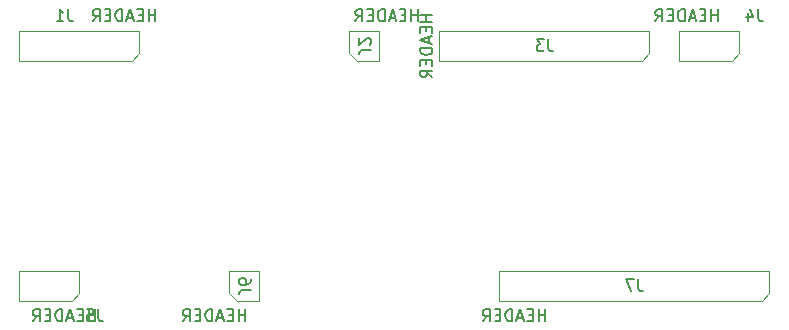
<source format=gbr>
G04 #@! TF.GenerationSoftware,KiCad,Pcbnew,(5.1.0)-1*
G04 #@! TF.CreationDate,2019-03-26T21:03:11+01:00*
G04 #@! TF.ProjectId,ac2-detpic-shield,6163322d-6465-4747-9069-632d73686965,rev?*
G04 #@! TF.SameCoordinates,Original*
G04 #@! TF.FileFunction,Other,Fab,Bot*
%FSLAX46Y46*%
G04 Gerber Fmt 4.6, Leading zero omitted, Abs format (unit mm)*
G04 Created by KiCad (PCBNEW (5.1.0)-1) date 2019-03-26 21:03:11*
%MOMM*%
%LPD*%
G04 APERTURE LIST*
%ADD10C,0.100000*%
%ADD11C,0.150000*%
G04 APERTURE END LIST*
D10*
X158750000Y-43815000D02*
X158750000Y-41910000D01*
X158750000Y-41910000D02*
X148590000Y-41910000D01*
X148590000Y-41910000D02*
X148590000Y-44450000D01*
X148590000Y-44450000D02*
X158115000Y-44450000D01*
X158115000Y-44450000D02*
X158750000Y-43815000D01*
X177165000Y-44450000D02*
X179070000Y-44450000D01*
X179070000Y-44450000D02*
X179070000Y-41910000D01*
X179070000Y-41910000D02*
X176530000Y-41910000D01*
X176530000Y-41910000D02*
X176530000Y-43815000D01*
X176530000Y-43815000D02*
X177165000Y-44450000D01*
X209550000Y-43815000D02*
X209550000Y-41910000D01*
X209550000Y-41910000D02*
X204470000Y-41910000D01*
X204470000Y-41910000D02*
X204470000Y-44450000D01*
X204470000Y-44450000D02*
X208915000Y-44450000D01*
X208915000Y-44450000D02*
X209550000Y-43815000D01*
X153035000Y-64770000D02*
X153670000Y-64135000D01*
X148590000Y-64770000D02*
X153035000Y-64770000D01*
X148590000Y-62230000D02*
X148590000Y-64770000D01*
X153670000Y-62230000D02*
X148590000Y-62230000D01*
X153670000Y-64135000D02*
X153670000Y-62230000D01*
X166370000Y-64135000D02*
X167005000Y-64770000D01*
X166370000Y-62230000D02*
X166370000Y-64135000D01*
X168910000Y-62230000D02*
X166370000Y-62230000D01*
X168910000Y-64770000D02*
X168910000Y-62230000D01*
X167005000Y-64770000D02*
X168910000Y-64770000D01*
X212090000Y-64135000D02*
X212090000Y-62230000D01*
X212090000Y-62230000D02*
X189230000Y-62230000D01*
X189230000Y-62230000D02*
X189230000Y-64770000D01*
X189230000Y-64770000D02*
X211455000Y-64770000D01*
X211455000Y-64770000D02*
X212090000Y-64135000D01*
X201930000Y-43815000D02*
X201930000Y-41910000D01*
X201930000Y-41910000D02*
X184150000Y-41910000D01*
X184150000Y-41910000D02*
X184150000Y-44450000D01*
X184150000Y-44450000D02*
X201295000Y-44450000D01*
X201295000Y-44450000D02*
X201930000Y-43815000D01*
D11*
X160099047Y-41092380D02*
X160099047Y-40092380D01*
X160099047Y-40568571D02*
X159527619Y-40568571D01*
X159527619Y-41092380D02*
X159527619Y-40092380D01*
X159051428Y-40568571D02*
X158718095Y-40568571D01*
X158575238Y-41092380D02*
X159051428Y-41092380D01*
X159051428Y-40092380D01*
X158575238Y-40092380D01*
X158194285Y-40806666D02*
X157718095Y-40806666D01*
X158289523Y-41092380D02*
X157956190Y-40092380D01*
X157622857Y-41092380D01*
X157289523Y-41092380D02*
X157289523Y-40092380D01*
X157051428Y-40092380D01*
X156908571Y-40140000D01*
X156813333Y-40235238D01*
X156765714Y-40330476D01*
X156718095Y-40520952D01*
X156718095Y-40663809D01*
X156765714Y-40854285D01*
X156813333Y-40949523D01*
X156908571Y-41044761D01*
X157051428Y-41092380D01*
X157289523Y-41092380D01*
X156289523Y-40568571D02*
X155956190Y-40568571D01*
X155813333Y-41092380D02*
X156289523Y-41092380D01*
X156289523Y-40092380D01*
X155813333Y-40092380D01*
X154813333Y-41092380D02*
X155146666Y-40616190D01*
X155384761Y-41092380D02*
X155384761Y-40092380D01*
X155003809Y-40092380D01*
X154908571Y-40140000D01*
X154860952Y-40187619D01*
X154813333Y-40282857D01*
X154813333Y-40425714D01*
X154860952Y-40520952D01*
X154908571Y-40568571D01*
X155003809Y-40616190D01*
X155384761Y-40616190D01*
X152733333Y-40092380D02*
X152733333Y-40806666D01*
X152780952Y-40949523D01*
X152876190Y-41044761D01*
X153019047Y-41092380D01*
X153114285Y-41092380D01*
X151733333Y-41092380D02*
X152304761Y-41092380D01*
X152019047Y-41092380D02*
X152019047Y-40092380D01*
X152114285Y-40235238D01*
X152209523Y-40330476D01*
X152304761Y-40378095D01*
X182324047Y-41092380D02*
X182324047Y-40092380D01*
X182324047Y-40568571D02*
X181752619Y-40568571D01*
X181752619Y-41092380D02*
X181752619Y-40092380D01*
X181276428Y-40568571D02*
X180943095Y-40568571D01*
X180800238Y-41092380D02*
X181276428Y-41092380D01*
X181276428Y-40092380D01*
X180800238Y-40092380D01*
X180419285Y-40806666D02*
X179943095Y-40806666D01*
X180514523Y-41092380D02*
X180181190Y-40092380D01*
X179847857Y-41092380D01*
X179514523Y-41092380D02*
X179514523Y-40092380D01*
X179276428Y-40092380D01*
X179133571Y-40140000D01*
X179038333Y-40235238D01*
X178990714Y-40330476D01*
X178943095Y-40520952D01*
X178943095Y-40663809D01*
X178990714Y-40854285D01*
X179038333Y-40949523D01*
X179133571Y-41044761D01*
X179276428Y-41092380D01*
X179514523Y-41092380D01*
X178514523Y-40568571D02*
X178181190Y-40568571D01*
X178038333Y-41092380D02*
X178514523Y-41092380D01*
X178514523Y-40092380D01*
X178038333Y-40092380D01*
X177038333Y-41092380D02*
X177371666Y-40616190D01*
X177609761Y-41092380D02*
X177609761Y-40092380D01*
X177228809Y-40092380D01*
X177133571Y-40140000D01*
X177085952Y-40187619D01*
X177038333Y-40282857D01*
X177038333Y-40425714D01*
X177085952Y-40520952D01*
X177133571Y-40568571D01*
X177228809Y-40616190D01*
X177609761Y-40616190D01*
X178347619Y-43513333D02*
X177633333Y-43513333D01*
X177490476Y-43560952D01*
X177395238Y-43656190D01*
X177347619Y-43799047D01*
X177347619Y-43894285D01*
X178252380Y-43084761D02*
X178300000Y-43037142D01*
X178347619Y-42941904D01*
X178347619Y-42703809D01*
X178300000Y-42608571D01*
X178252380Y-42560952D01*
X178157142Y-42513333D01*
X178061904Y-42513333D01*
X177919047Y-42560952D01*
X177347619Y-43132380D01*
X177347619Y-42513333D01*
X207724047Y-41092380D02*
X207724047Y-40092380D01*
X207724047Y-40568571D02*
X207152619Y-40568571D01*
X207152619Y-41092380D02*
X207152619Y-40092380D01*
X206676428Y-40568571D02*
X206343095Y-40568571D01*
X206200238Y-41092380D02*
X206676428Y-41092380D01*
X206676428Y-40092380D01*
X206200238Y-40092380D01*
X205819285Y-40806666D02*
X205343095Y-40806666D01*
X205914523Y-41092380D02*
X205581190Y-40092380D01*
X205247857Y-41092380D01*
X204914523Y-41092380D02*
X204914523Y-40092380D01*
X204676428Y-40092380D01*
X204533571Y-40140000D01*
X204438333Y-40235238D01*
X204390714Y-40330476D01*
X204343095Y-40520952D01*
X204343095Y-40663809D01*
X204390714Y-40854285D01*
X204438333Y-40949523D01*
X204533571Y-41044761D01*
X204676428Y-41092380D01*
X204914523Y-41092380D01*
X203914523Y-40568571D02*
X203581190Y-40568571D01*
X203438333Y-41092380D02*
X203914523Y-41092380D01*
X203914523Y-40092380D01*
X203438333Y-40092380D01*
X202438333Y-41092380D02*
X202771666Y-40616190D01*
X203009761Y-41092380D02*
X203009761Y-40092380D01*
X202628809Y-40092380D01*
X202533571Y-40140000D01*
X202485952Y-40187619D01*
X202438333Y-40282857D01*
X202438333Y-40425714D01*
X202485952Y-40520952D01*
X202533571Y-40568571D01*
X202628809Y-40616190D01*
X203009761Y-40616190D01*
X211153333Y-40092380D02*
X211153333Y-40806666D01*
X211200952Y-40949523D01*
X211296190Y-41044761D01*
X211439047Y-41092380D01*
X211534285Y-41092380D01*
X210248571Y-40425714D02*
X210248571Y-41092380D01*
X210486666Y-40044761D02*
X210724761Y-40759047D01*
X210105714Y-40759047D01*
X155019047Y-66492380D02*
X155019047Y-65492380D01*
X155019047Y-65968571D02*
X154447619Y-65968571D01*
X154447619Y-66492380D02*
X154447619Y-65492380D01*
X153971428Y-65968571D02*
X153638095Y-65968571D01*
X153495238Y-66492380D02*
X153971428Y-66492380D01*
X153971428Y-65492380D01*
X153495238Y-65492380D01*
X153114285Y-66206666D02*
X152638095Y-66206666D01*
X153209523Y-66492380D02*
X152876190Y-65492380D01*
X152542857Y-66492380D01*
X152209523Y-66492380D02*
X152209523Y-65492380D01*
X151971428Y-65492380D01*
X151828571Y-65540000D01*
X151733333Y-65635238D01*
X151685714Y-65730476D01*
X151638095Y-65920952D01*
X151638095Y-66063809D01*
X151685714Y-66254285D01*
X151733333Y-66349523D01*
X151828571Y-66444761D01*
X151971428Y-66492380D01*
X152209523Y-66492380D01*
X151209523Y-65968571D02*
X150876190Y-65968571D01*
X150733333Y-66492380D02*
X151209523Y-66492380D01*
X151209523Y-65492380D01*
X150733333Y-65492380D01*
X149733333Y-66492380D02*
X150066666Y-66016190D01*
X150304761Y-66492380D02*
X150304761Y-65492380D01*
X149923809Y-65492380D01*
X149828571Y-65540000D01*
X149780952Y-65587619D01*
X149733333Y-65682857D01*
X149733333Y-65825714D01*
X149780952Y-65920952D01*
X149828571Y-65968571D01*
X149923809Y-66016190D01*
X150304761Y-66016190D01*
X155273333Y-65492380D02*
X155273333Y-66206666D01*
X155320952Y-66349523D01*
X155416190Y-66444761D01*
X155559047Y-66492380D01*
X155654285Y-66492380D01*
X154320952Y-65492380D02*
X154797142Y-65492380D01*
X154844761Y-65968571D01*
X154797142Y-65920952D01*
X154701904Y-65873333D01*
X154463809Y-65873333D01*
X154368571Y-65920952D01*
X154320952Y-65968571D01*
X154273333Y-66063809D01*
X154273333Y-66301904D01*
X154320952Y-66397142D01*
X154368571Y-66444761D01*
X154463809Y-66492380D01*
X154701904Y-66492380D01*
X154797142Y-66444761D01*
X154844761Y-66397142D01*
X167719047Y-66492380D02*
X167719047Y-65492380D01*
X167719047Y-65968571D02*
X167147619Y-65968571D01*
X167147619Y-66492380D02*
X167147619Y-65492380D01*
X166671428Y-65968571D02*
X166338095Y-65968571D01*
X166195238Y-66492380D02*
X166671428Y-66492380D01*
X166671428Y-65492380D01*
X166195238Y-65492380D01*
X165814285Y-66206666D02*
X165338095Y-66206666D01*
X165909523Y-66492380D02*
X165576190Y-65492380D01*
X165242857Y-66492380D01*
X164909523Y-66492380D02*
X164909523Y-65492380D01*
X164671428Y-65492380D01*
X164528571Y-65540000D01*
X164433333Y-65635238D01*
X164385714Y-65730476D01*
X164338095Y-65920952D01*
X164338095Y-66063809D01*
X164385714Y-66254285D01*
X164433333Y-66349523D01*
X164528571Y-66444761D01*
X164671428Y-66492380D01*
X164909523Y-66492380D01*
X163909523Y-65968571D02*
X163576190Y-65968571D01*
X163433333Y-66492380D02*
X163909523Y-66492380D01*
X163909523Y-65492380D01*
X163433333Y-65492380D01*
X162433333Y-66492380D02*
X162766666Y-66016190D01*
X163004761Y-66492380D02*
X163004761Y-65492380D01*
X162623809Y-65492380D01*
X162528571Y-65540000D01*
X162480952Y-65587619D01*
X162433333Y-65682857D01*
X162433333Y-65825714D01*
X162480952Y-65920952D01*
X162528571Y-65968571D01*
X162623809Y-66016190D01*
X163004761Y-66016190D01*
X168187619Y-63833333D02*
X167473333Y-63833333D01*
X167330476Y-63880952D01*
X167235238Y-63976190D01*
X167187619Y-64119047D01*
X167187619Y-64214285D01*
X168187619Y-62928571D02*
X168187619Y-63119047D01*
X168140000Y-63214285D01*
X168092380Y-63261904D01*
X167949523Y-63357142D01*
X167759047Y-63404761D01*
X167378095Y-63404761D01*
X167282857Y-63357142D01*
X167235238Y-63309523D01*
X167187619Y-63214285D01*
X167187619Y-63023809D01*
X167235238Y-62928571D01*
X167282857Y-62880952D01*
X167378095Y-62833333D01*
X167616190Y-62833333D01*
X167711428Y-62880952D01*
X167759047Y-62928571D01*
X167806666Y-63023809D01*
X167806666Y-63214285D01*
X167759047Y-63309523D01*
X167711428Y-63357142D01*
X167616190Y-63404761D01*
X193119047Y-66492380D02*
X193119047Y-65492380D01*
X193119047Y-65968571D02*
X192547619Y-65968571D01*
X192547619Y-66492380D02*
X192547619Y-65492380D01*
X192071428Y-65968571D02*
X191738095Y-65968571D01*
X191595238Y-66492380D02*
X192071428Y-66492380D01*
X192071428Y-65492380D01*
X191595238Y-65492380D01*
X191214285Y-66206666D02*
X190738095Y-66206666D01*
X191309523Y-66492380D02*
X190976190Y-65492380D01*
X190642857Y-66492380D01*
X190309523Y-66492380D02*
X190309523Y-65492380D01*
X190071428Y-65492380D01*
X189928571Y-65540000D01*
X189833333Y-65635238D01*
X189785714Y-65730476D01*
X189738095Y-65920952D01*
X189738095Y-66063809D01*
X189785714Y-66254285D01*
X189833333Y-66349523D01*
X189928571Y-66444761D01*
X190071428Y-66492380D01*
X190309523Y-66492380D01*
X189309523Y-65968571D02*
X188976190Y-65968571D01*
X188833333Y-66492380D02*
X189309523Y-66492380D01*
X189309523Y-65492380D01*
X188833333Y-65492380D01*
X187833333Y-66492380D02*
X188166666Y-66016190D01*
X188404761Y-66492380D02*
X188404761Y-65492380D01*
X188023809Y-65492380D01*
X187928571Y-65540000D01*
X187880952Y-65587619D01*
X187833333Y-65682857D01*
X187833333Y-65825714D01*
X187880952Y-65920952D01*
X187928571Y-65968571D01*
X188023809Y-66016190D01*
X188404761Y-66016190D01*
X200993333Y-62952380D02*
X200993333Y-63666666D01*
X201040952Y-63809523D01*
X201136190Y-63904761D01*
X201279047Y-63952380D01*
X201374285Y-63952380D01*
X200612380Y-62952380D02*
X199945714Y-62952380D01*
X200374285Y-63952380D01*
X183542380Y-40560952D02*
X182542380Y-40560952D01*
X183018571Y-40560952D02*
X183018571Y-41132380D01*
X183542380Y-41132380D02*
X182542380Y-41132380D01*
X183018571Y-41608571D02*
X183018571Y-41941904D01*
X183542380Y-42084761D02*
X183542380Y-41608571D01*
X182542380Y-41608571D01*
X182542380Y-42084761D01*
X183256666Y-42465714D02*
X183256666Y-42941904D01*
X183542380Y-42370476D02*
X182542380Y-42703809D01*
X183542380Y-43037142D01*
X183542380Y-43370476D02*
X182542380Y-43370476D01*
X182542380Y-43608571D01*
X182590000Y-43751428D01*
X182685238Y-43846666D01*
X182780476Y-43894285D01*
X182970952Y-43941904D01*
X183113809Y-43941904D01*
X183304285Y-43894285D01*
X183399523Y-43846666D01*
X183494761Y-43751428D01*
X183542380Y-43608571D01*
X183542380Y-43370476D01*
X183018571Y-44370476D02*
X183018571Y-44703809D01*
X183542380Y-44846666D02*
X183542380Y-44370476D01*
X182542380Y-44370476D01*
X182542380Y-44846666D01*
X183542380Y-45846666D02*
X183066190Y-45513333D01*
X183542380Y-45275238D02*
X182542380Y-45275238D01*
X182542380Y-45656190D01*
X182590000Y-45751428D01*
X182637619Y-45799047D01*
X182732857Y-45846666D01*
X182875714Y-45846666D01*
X182970952Y-45799047D01*
X183018571Y-45751428D01*
X183066190Y-45656190D01*
X183066190Y-45275238D01*
X193373333Y-42632380D02*
X193373333Y-43346666D01*
X193420952Y-43489523D01*
X193516190Y-43584761D01*
X193659047Y-43632380D01*
X193754285Y-43632380D01*
X192992380Y-42632380D02*
X192373333Y-42632380D01*
X192706666Y-43013333D01*
X192563809Y-43013333D01*
X192468571Y-43060952D01*
X192420952Y-43108571D01*
X192373333Y-43203809D01*
X192373333Y-43441904D01*
X192420952Y-43537142D01*
X192468571Y-43584761D01*
X192563809Y-43632380D01*
X192849523Y-43632380D01*
X192944761Y-43584761D01*
X192992380Y-43537142D01*
M02*

</source>
